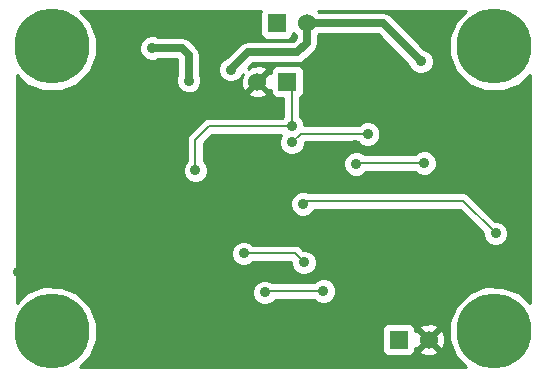
<source format=gbl>
G04 (created by PCBNEW-RS274X (2012-01-19 BZR 3256)-stable) date 11/7/2012 4:35:35 PM*
G01*
G70*
G90*
%MOIN*%
G04 Gerber Fmt 3.4, Leading zero omitted, Abs format*
%FSLAX34Y34*%
G04 APERTURE LIST*
%ADD10C,0.006000*%
%ADD11C,0.250000*%
%ADD12R,0.060000X0.060000*%
%ADD13C,0.060000*%
%ADD14C,0.035000*%
%ADD15C,0.008000*%
%ADD16C,0.025000*%
%ADD17C,0.010000*%
G04 APERTURE END LIST*
G54D10*
G54D11*
X73250Y-43500D03*
X73250Y-34000D03*
X58500Y-43500D03*
X58500Y-34000D03*
G54D12*
X66000Y-33225D03*
G54D13*
X67000Y-33225D03*
G54D12*
X66350Y-35170D03*
G54D13*
X65350Y-35170D03*
G54D12*
X70060Y-43770D03*
G54D13*
X71060Y-43770D03*
G54D14*
X66866Y-39249D03*
X73290Y-40230D03*
X67550Y-42150D03*
X65600Y-42200D03*
X66900Y-41200D03*
X64900Y-40900D03*
X69030Y-36915D03*
X66500Y-37200D03*
X66495Y-36660D03*
X63285Y-38130D03*
X64470Y-34769D03*
X68640Y-37910D03*
X70910Y-37890D03*
X70800Y-34500D03*
X60200Y-43300D03*
X73224Y-40821D03*
X63650Y-33300D03*
X62300Y-38900D03*
X69750Y-42600D03*
X65010Y-37650D03*
X62650Y-36450D03*
X63450Y-40900D03*
X68600Y-37300D03*
X72970Y-36670D03*
X59470Y-35610D03*
X62125Y-35672D03*
X68575Y-34325D03*
X65373Y-36001D03*
X57380Y-41510D03*
X62800Y-37600D03*
X68300Y-40200D03*
X58000Y-36000D03*
X58130Y-38760D03*
X57510Y-39290D03*
X67300Y-43350D03*
X63056Y-35140D03*
X61844Y-34052D03*
G54D15*
X66965Y-39150D02*
X67194Y-39150D01*
X66866Y-39249D02*
X66965Y-39150D01*
X67194Y-39150D02*
X72210Y-39150D01*
X72210Y-39150D02*
X73290Y-40230D01*
X65650Y-42150D02*
X67550Y-42150D01*
X65600Y-42200D02*
X65650Y-42150D01*
X66600Y-40900D02*
X64900Y-40900D01*
X66900Y-41200D02*
X66600Y-40900D01*
X69030Y-36915D02*
X69016Y-36901D01*
X69016Y-36901D02*
X66799Y-36901D01*
X66799Y-36901D02*
X66500Y-37200D01*
X66495Y-36660D02*
X66495Y-35315D01*
X63734Y-36660D02*
X63285Y-37109D01*
X66495Y-36660D02*
X63734Y-36660D01*
X66495Y-35315D02*
X66350Y-35170D01*
X63285Y-37109D02*
X63285Y-38130D01*
X68640Y-37910D02*
X68660Y-37890D01*
X68660Y-37890D02*
X70910Y-37890D01*
G54D16*
X66682Y-34191D02*
X67000Y-33873D01*
X67000Y-33225D02*
X69525Y-33225D01*
X64470Y-34769D02*
X64470Y-34764D01*
X67000Y-33873D02*
X67000Y-33225D01*
X65043Y-34191D02*
X66682Y-34191D01*
X64470Y-34764D02*
X65043Y-34191D01*
X69525Y-33225D02*
X70800Y-34500D01*
G54D15*
X73224Y-40821D02*
X73225Y-40821D01*
G54D16*
X61844Y-34052D02*
X62829Y-34052D01*
X63056Y-34279D02*
X63056Y-35140D01*
X62829Y-34052D02*
X63056Y-34279D01*
G54D10*
G36*
X74425Y-42554D02*
X74101Y-42229D01*
X73715Y-42069D01*
X73715Y-40315D01*
X73715Y-40146D01*
X73651Y-39990D01*
X73531Y-39870D01*
X73375Y-39805D01*
X73275Y-39805D01*
X72415Y-38945D01*
X72321Y-38882D01*
X72210Y-38860D01*
X71335Y-38860D01*
X71335Y-37975D01*
X71335Y-37806D01*
X71271Y-37650D01*
X71151Y-37530D01*
X70995Y-37465D01*
X70826Y-37465D01*
X70670Y-37529D01*
X70599Y-37600D01*
X69455Y-37600D01*
X69455Y-37000D01*
X69455Y-36831D01*
X69391Y-36675D01*
X69271Y-36555D01*
X69115Y-36490D01*
X68946Y-36490D01*
X68790Y-36554D01*
X68733Y-36611D01*
X66920Y-36611D01*
X66920Y-36576D01*
X66856Y-36420D01*
X66785Y-36349D01*
X66785Y-35683D01*
X66791Y-35681D01*
X66861Y-35611D01*
X66899Y-35520D01*
X66899Y-35421D01*
X66899Y-34821D01*
X66861Y-34729D01*
X66791Y-34659D01*
X66700Y-34621D01*
X66601Y-34621D01*
X66001Y-34621D01*
X65909Y-34659D01*
X65839Y-34729D01*
X65801Y-34820D01*
X65801Y-34882D01*
X65728Y-34862D01*
X65658Y-34932D01*
X65421Y-35170D01*
X65728Y-35478D01*
X65801Y-35457D01*
X65801Y-35519D01*
X65839Y-35611D01*
X65909Y-35681D01*
X66000Y-35719D01*
X66099Y-35719D01*
X66205Y-35719D01*
X66205Y-36349D01*
X66184Y-36370D01*
X65658Y-36370D01*
X65658Y-35548D01*
X65350Y-35241D01*
X65042Y-35548D01*
X65069Y-35642D01*
X65271Y-35713D01*
X65484Y-35702D01*
X65631Y-35642D01*
X65658Y-35548D01*
X65658Y-36370D01*
X63734Y-36370D01*
X63623Y-36392D01*
X63529Y-36455D01*
X63528Y-36455D01*
X63528Y-36456D01*
X63481Y-36503D01*
X63481Y-35225D01*
X63481Y-35056D01*
X63431Y-34934D01*
X63431Y-34279D01*
X63402Y-34136D01*
X63402Y-34135D01*
X63321Y-34014D01*
X63094Y-33787D01*
X62973Y-33706D01*
X62829Y-33677D01*
X62049Y-33677D01*
X61929Y-33627D01*
X61760Y-33627D01*
X61604Y-33691D01*
X61484Y-33811D01*
X61419Y-33967D01*
X61419Y-34136D01*
X61483Y-34292D01*
X61603Y-34412D01*
X61759Y-34477D01*
X61928Y-34477D01*
X62049Y-34427D01*
X62674Y-34427D01*
X62681Y-34434D01*
X62681Y-34935D01*
X62631Y-35055D01*
X62631Y-35224D01*
X62695Y-35380D01*
X62815Y-35500D01*
X62971Y-35565D01*
X63140Y-35565D01*
X63296Y-35501D01*
X63416Y-35381D01*
X63481Y-35225D01*
X63481Y-36503D01*
X63080Y-36904D01*
X63017Y-36998D01*
X62995Y-37109D01*
X62995Y-37819D01*
X62925Y-37889D01*
X62860Y-38045D01*
X62860Y-38214D01*
X62924Y-38370D01*
X63044Y-38490D01*
X63200Y-38555D01*
X63369Y-38555D01*
X63525Y-38491D01*
X63645Y-38371D01*
X63710Y-38215D01*
X63710Y-38046D01*
X63646Y-37890D01*
X63575Y-37819D01*
X63575Y-37229D01*
X63854Y-36950D01*
X66149Y-36950D01*
X66140Y-36959D01*
X66075Y-37115D01*
X66075Y-37284D01*
X66139Y-37440D01*
X66259Y-37560D01*
X66415Y-37625D01*
X66584Y-37625D01*
X66740Y-37561D01*
X66860Y-37441D01*
X66925Y-37285D01*
X66925Y-37191D01*
X68705Y-37191D01*
X68789Y-37275D01*
X68945Y-37340D01*
X69114Y-37340D01*
X69270Y-37276D01*
X69390Y-37156D01*
X69455Y-37000D01*
X69455Y-37600D01*
X68931Y-37600D01*
X68881Y-37550D01*
X68725Y-37485D01*
X68556Y-37485D01*
X68400Y-37549D01*
X68280Y-37669D01*
X68215Y-37825D01*
X68215Y-37994D01*
X68279Y-38150D01*
X68399Y-38270D01*
X68555Y-38335D01*
X68724Y-38335D01*
X68880Y-38271D01*
X68971Y-38180D01*
X70599Y-38180D01*
X70669Y-38250D01*
X70825Y-38315D01*
X70994Y-38315D01*
X71150Y-38251D01*
X71270Y-38131D01*
X71335Y-37975D01*
X71335Y-38860D01*
X67194Y-38860D01*
X67037Y-38860D01*
X66951Y-38824D01*
X66782Y-38824D01*
X66626Y-38888D01*
X66506Y-39008D01*
X66441Y-39164D01*
X66441Y-39333D01*
X66505Y-39489D01*
X66625Y-39609D01*
X66781Y-39674D01*
X66950Y-39674D01*
X67106Y-39610D01*
X67226Y-39490D01*
X67246Y-39440D01*
X72090Y-39440D01*
X72865Y-40215D01*
X72865Y-40314D01*
X72929Y-40470D01*
X73049Y-40590D01*
X73205Y-40655D01*
X73374Y-40655D01*
X73530Y-40591D01*
X73650Y-40471D01*
X73715Y-40315D01*
X73715Y-42069D01*
X73550Y-42001D01*
X72953Y-42000D01*
X72402Y-42228D01*
X71979Y-42649D01*
X71751Y-43200D01*
X71750Y-43797D01*
X71978Y-44348D01*
X72303Y-44675D01*
X71603Y-44675D01*
X71603Y-43849D01*
X71592Y-43636D01*
X71532Y-43489D01*
X71438Y-43462D01*
X71368Y-43532D01*
X71368Y-43392D01*
X71341Y-43298D01*
X71139Y-43227D01*
X70926Y-43238D01*
X70779Y-43298D01*
X70752Y-43392D01*
X71060Y-43699D01*
X71368Y-43392D01*
X71368Y-43532D01*
X71131Y-43770D01*
X71438Y-44078D01*
X71532Y-44051D01*
X71603Y-43849D01*
X71603Y-44675D01*
X71368Y-44675D01*
X71368Y-44148D01*
X71060Y-43841D01*
X70989Y-43911D01*
X70989Y-43770D01*
X70682Y-43462D01*
X70609Y-43482D01*
X70609Y-43421D01*
X70571Y-43329D01*
X70501Y-43259D01*
X70410Y-43221D01*
X70311Y-43221D01*
X69711Y-43221D01*
X69619Y-43259D01*
X69549Y-43329D01*
X69511Y-43420D01*
X69511Y-43519D01*
X69511Y-44119D01*
X69549Y-44211D01*
X69619Y-44281D01*
X69710Y-44319D01*
X69809Y-44319D01*
X70409Y-44319D01*
X70501Y-44281D01*
X70571Y-44211D01*
X70609Y-44120D01*
X70609Y-44057D01*
X70682Y-44078D01*
X70989Y-43770D01*
X70989Y-43911D01*
X70752Y-44148D01*
X70779Y-44242D01*
X70981Y-44313D01*
X71194Y-44302D01*
X71341Y-44242D01*
X71368Y-44148D01*
X71368Y-44675D01*
X67975Y-44675D01*
X67975Y-42235D01*
X67975Y-42066D01*
X67911Y-41910D01*
X67791Y-41790D01*
X67635Y-41725D01*
X67466Y-41725D01*
X67325Y-41782D01*
X67325Y-41285D01*
X67325Y-41116D01*
X67261Y-40960D01*
X67141Y-40840D01*
X66985Y-40775D01*
X66885Y-40775D01*
X66805Y-40695D01*
X66711Y-40632D01*
X66600Y-40610D01*
X65211Y-40610D01*
X65141Y-40540D01*
X64985Y-40475D01*
X64816Y-40475D01*
X64660Y-40539D01*
X64540Y-40659D01*
X64475Y-40815D01*
X64475Y-40984D01*
X64539Y-41140D01*
X64659Y-41260D01*
X64815Y-41325D01*
X64984Y-41325D01*
X65140Y-41261D01*
X65211Y-41190D01*
X66475Y-41190D01*
X66475Y-41284D01*
X66539Y-41440D01*
X66659Y-41560D01*
X66815Y-41625D01*
X66984Y-41625D01*
X67140Y-41561D01*
X67260Y-41441D01*
X67325Y-41285D01*
X67325Y-41782D01*
X67310Y-41789D01*
X67239Y-41860D01*
X65861Y-41860D01*
X65841Y-41840D01*
X65685Y-41775D01*
X65516Y-41775D01*
X65360Y-41839D01*
X65240Y-41959D01*
X65175Y-42115D01*
X65175Y-42284D01*
X65239Y-42440D01*
X65359Y-42560D01*
X65515Y-42625D01*
X65684Y-42625D01*
X65840Y-42561D01*
X65960Y-42441D01*
X65960Y-42440D01*
X67239Y-42440D01*
X67309Y-42510D01*
X67465Y-42575D01*
X67634Y-42575D01*
X67790Y-42511D01*
X67910Y-42391D01*
X67975Y-42235D01*
X67975Y-44675D01*
X59445Y-44675D01*
X59771Y-44351D01*
X59999Y-43800D01*
X60000Y-43203D01*
X59772Y-42652D01*
X59351Y-42229D01*
X58800Y-42001D01*
X58203Y-42000D01*
X57652Y-42228D01*
X57325Y-42553D01*
X57325Y-34945D01*
X57649Y-35271D01*
X58200Y-35499D01*
X58797Y-35500D01*
X59348Y-35272D01*
X59771Y-34851D01*
X59999Y-34300D01*
X60000Y-33703D01*
X59772Y-33152D01*
X59446Y-32825D01*
X65471Y-32825D01*
X65451Y-32875D01*
X65451Y-32974D01*
X65451Y-33574D01*
X65489Y-33666D01*
X65559Y-33736D01*
X65650Y-33774D01*
X65749Y-33774D01*
X66349Y-33774D01*
X66441Y-33736D01*
X66511Y-33666D01*
X66549Y-33575D01*
X66549Y-33550D01*
X66625Y-33626D01*
X66625Y-33717D01*
X66526Y-33816D01*
X65043Y-33816D01*
X64899Y-33845D01*
X64778Y-33926D01*
X64341Y-34362D01*
X64230Y-34408D01*
X64110Y-34528D01*
X64045Y-34684D01*
X64045Y-34853D01*
X64109Y-35009D01*
X64229Y-35129D01*
X64385Y-35194D01*
X64554Y-35194D01*
X64710Y-35130D01*
X64830Y-35010D01*
X64864Y-34926D01*
X64807Y-35091D01*
X64818Y-35304D01*
X64878Y-35451D01*
X64972Y-35478D01*
X65244Y-35205D01*
X65279Y-35170D01*
X65350Y-35099D01*
X65385Y-35064D01*
X65658Y-34792D01*
X65631Y-34698D01*
X65429Y-34627D01*
X65216Y-34638D01*
X65069Y-34698D01*
X65057Y-34736D01*
X65042Y-34721D01*
X65198Y-34566D01*
X66682Y-34566D01*
X66825Y-34537D01*
X66826Y-34537D01*
X66947Y-34456D01*
X67265Y-34139D01*
X67265Y-34138D01*
X67305Y-34077D01*
X67346Y-34017D01*
X67346Y-34016D01*
X67374Y-33874D01*
X67375Y-33873D01*
X67375Y-33626D01*
X67401Y-33600D01*
X69370Y-33600D01*
X70389Y-34619D01*
X70439Y-34740D01*
X70559Y-34860D01*
X70715Y-34925D01*
X70884Y-34925D01*
X71040Y-34861D01*
X71160Y-34741D01*
X71225Y-34585D01*
X71225Y-34416D01*
X71161Y-34260D01*
X71041Y-34140D01*
X70919Y-34089D01*
X69790Y-32960D01*
X69669Y-32879D01*
X69525Y-32850D01*
X67401Y-32850D01*
X67376Y-32825D01*
X72304Y-32825D01*
X71979Y-33149D01*
X71751Y-33700D01*
X71750Y-34297D01*
X71978Y-34848D01*
X72399Y-35271D01*
X72950Y-35499D01*
X73547Y-35500D01*
X74098Y-35272D01*
X74425Y-34946D01*
X74425Y-42554D01*
X74425Y-42554D01*
G37*
G54D17*
X74425Y-42554D02*
X74101Y-42229D01*
X73715Y-42069D01*
X73715Y-40315D01*
X73715Y-40146D01*
X73651Y-39990D01*
X73531Y-39870D01*
X73375Y-39805D01*
X73275Y-39805D01*
X72415Y-38945D01*
X72321Y-38882D01*
X72210Y-38860D01*
X71335Y-38860D01*
X71335Y-37975D01*
X71335Y-37806D01*
X71271Y-37650D01*
X71151Y-37530D01*
X70995Y-37465D01*
X70826Y-37465D01*
X70670Y-37529D01*
X70599Y-37600D01*
X69455Y-37600D01*
X69455Y-37000D01*
X69455Y-36831D01*
X69391Y-36675D01*
X69271Y-36555D01*
X69115Y-36490D01*
X68946Y-36490D01*
X68790Y-36554D01*
X68733Y-36611D01*
X66920Y-36611D01*
X66920Y-36576D01*
X66856Y-36420D01*
X66785Y-36349D01*
X66785Y-35683D01*
X66791Y-35681D01*
X66861Y-35611D01*
X66899Y-35520D01*
X66899Y-35421D01*
X66899Y-34821D01*
X66861Y-34729D01*
X66791Y-34659D01*
X66700Y-34621D01*
X66601Y-34621D01*
X66001Y-34621D01*
X65909Y-34659D01*
X65839Y-34729D01*
X65801Y-34820D01*
X65801Y-34882D01*
X65728Y-34862D01*
X65658Y-34932D01*
X65421Y-35170D01*
X65728Y-35478D01*
X65801Y-35457D01*
X65801Y-35519D01*
X65839Y-35611D01*
X65909Y-35681D01*
X66000Y-35719D01*
X66099Y-35719D01*
X66205Y-35719D01*
X66205Y-36349D01*
X66184Y-36370D01*
X65658Y-36370D01*
X65658Y-35548D01*
X65350Y-35241D01*
X65042Y-35548D01*
X65069Y-35642D01*
X65271Y-35713D01*
X65484Y-35702D01*
X65631Y-35642D01*
X65658Y-35548D01*
X65658Y-36370D01*
X63734Y-36370D01*
X63623Y-36392D01*
X63529Y-36455D01*
X63528Y-36455D01*
X63528Y-36456D01*
X63481Y-36503D01*
X63481Y-35225D01*
X63481Y-35056D01*
X63431Y-34934D01*
X63431Y-34279D01*
X63402Y-34136D01*
X63402Y-34135D01*
X63321Y-34014D01*
X63094Y-33787D01*
X62973Y-33706D01*
X62829Y-33677D01*
X62049Y-33677D01*
X61929Y-33627D01*
X61760Y-33627D01*
X61604Y-33691D01*
X61484Y-33811D01*
X61419Y-33967D01*
X61419Y-34136D01*
X61483Y-34292D01*
X61603Y-34412D01*
X61759Y-34477D01*
X61928Y-34477D01*
X62049Y-34427D01*
X62674Y-34427D01*
X62681Y-34434D01*
X62681Y-34935D01*
X62631Y-35055D01*
X62631Y-35224D01*
X62695Y-35380D01*
X62815Y-35500D01*
X62971Y-35565D01*
X63140Y-35565D01*
X63296Y-35501D01*
X63416Y-35381D01*
X63481Y-35225D01*
X63481Y-36503D01*
X63080Y-36904D01*
X63017Y-36998D01*
X62995Y-37109D01*
X62995Y-37819D01*
X62925Y-37889D01*
X62860Y-38045D01*
X62860Y-38214D01*
X62924Y-38370D01*
X63044Y-38490D01*
X63200Y-38555D01*
X63369Y-38555D01*
X63525Y-38491D01*
X63645Y-38371D01*
X63710Y-38215D01*
X63710Y-38046D01*
X63646Y-37890D01*
X63575Y-37819D01*
X63575Y-37229D01*
X63854Y-36950D01*
X66149Y-36950D01*
X66140Y-36959D01*
X66075Y-37115D01*
X66075Y-37284D01*
X66139Y-37440D01*
X66259Y-37560D01*
X66415Y-37625D01*
X66584Y-37625D01*
X66740Y-37561D01*
X66860Y-37441D01*
X66925Y-37285D01*
X66925Y-37191D01*
X68705Y-37191D01*
X68789Y-37275D01*
X68945Y-37340D01*
X69114Y-37340D01*
X69270Y-37276D01*
X69390Y-37156D01*
X69455Y-37000D01*
X69455Y-37600D01*
X68931Y-37600D01*
X68881Y-37550D01*
X68725Y-37485D01*
X68556Y-37485D01*
X68400Y-37549D01*
X68280Y-37669D01*
X68215Y-37825D01*
X68215Y-37994D01*
X68279Y-38150D01*
X68399Y-38270D01*
X68555Y-38335D01*
X68724Y-38335D01*
X68880Y-38271D01*
X68971Y-38180D01*
X70599Y-38180D01*
X70669Y-38250D01*
X70825Y-38315D01*
X70994Y-38315D01*
X71150Y-38251D01*
X71270Y-38131D01*
X71335Y-37975D01*
X71335Y-38860D01*
X67194Y-38860D01*
X67037Y-38860D01*
X66951Y-38824D01*
X66782Y-38824D01*
X66626Y-38888D01*
X66506Y-39008D01*
X66441Y-39164D01*
X66441Y-39333D01*
X66505Y-39489D01*
X66625Y-39609D01*
X66781Y-39674D01*
X66950Y-39674D01*
X67106Y-39610D01*
X67226Y-39490D01*
X67246Y-39440D01*
X72090Y-39440D01*
X72865Y-40215D01*
X72865Y-40314D01*
X72929Y-40470D01*
X73049Y-40590D01*
X73205Y-40655D01*
X73374Y-40655D01*
X73530Y-40591D01*
X73650Y-40471D01*
X73715Y-40315D01*
X73715Y-42069D01*
X73550Y-42001D01*
X72953Y-42000D01*
X72402Y-42228D01*
X71979Y-42649D01*
X71751Y-43200D01*
X71750Y-43797D01*
X71978Y-44348D01*
X72303Y-44675D01*
X71603Y-44675D01*
X71603Y-43849D01*
X71592Y-43636D01*
X71532Y-43489D01*
X71438Y-43462D01*
X71368Y-43532D01*
X71368Y-43392D01*
X71341Y-43298D01*
X71139Y-43227D01*
X70926Y-43238D01*
X70779Y-43298D01*
X70752Y-43392D01*
X71060Y-43699D01*
X71368Y-43392D01*
X71368Y-43532D01*
X71131Y-43770D01*
X71438Y-44078D01*
X71532Y-44051D01*
X71603Y-43849D01*
X71603Y-44675D01*
X71368Y-44675D01*
X71368Y-44148D01*
X71060Y-43841D01*
X70989Y-43911D01*
X70989Y-43770D01*
X70682Y-43462D01*
X70609Y-43482D01*
X70609Y-43421D01*
X70571Y-43329D01*
X70501Y-43259D01*
X70410Y-43221D01*
X70311Y-43221D01*
X69711Y-43221D01*
X69619Y-43259D01*
X69549Y-43329D01*
X69511Y-43420D01*
X69511Y-43519D01*
X69511Y-44119D01*
X69549Y-44211D01*
X69619Y-44281D01*
X69710Y-44319D01*
X69809Y-44319D01*
X70409Y-44319D01*
X70501Y-44281D01*
X70571Y-44211D01*
X70609Y-44120D01*
X70609Y-44057D01*
X70682Y-44078D01*
X70989Y-43770D01*
X70989Y-43911D01*
X70752Y-44148D01*
X70779Y-44242D01*
X70981Y-44313D01*
X71194Y-44302D01*
X71341Y-44242D01*
X71368Y-44148D01*
X71368Y-44675D01*
X67975Y-44675D01*
X67975Y-42235D01*
X67975Y-42066D01*
X67911Y-41910D01*
X67791Y-41790D01*
X67635Y-41725D01*
X67466Y-41725D01*
X67325Y-41782D01*
X67325Y-41285D01*
X67325Y-41116D01*
X67261Y-40960D01*
X67141Y-40840D01*
X66985Y-40775D01*
X66885Y-40775D01*
X66805Y-40695D01*
X66711Y-40632D01*
X66600Y-40610D01*
X65211Y-40610D01*
X65141Y-40540D01*
X64985Y-40475D01*
X64816Y-40475D01*
X64660Y-40539D01*
X64540Y-40659D01*
X64475Y-40815D01*
X64475Y-40984D01*
X64539Y-41140D01*
X64659Y-41260D01*
X64815Y-41325D01*
X64984Y-41325D01*
X65140Y-41261D01*
X65211Y-41190D01*
X66475Y-41190D01*
X66475Y-41284D01*
X66539Y-41440D01*
X66659Y-41560D01*
X66815Y-41625D01*
X66984Y-41625D01*
X67140Y-41561D01*
X67260Y-41441D01*
X67325Y-41285D01*
X67325Y-41782D01*
X67310Y-41789D01*
X67239Y-41860D01*
X65861Y-41860D01*
X65841Y-41840D01*
X65685Y-41775D01*
X65516Y-41775D01*
X65360Y-41839D01*
X65240Y-41959D01*
X65175Y-42115D01*
X65175Y-42284D01*
X65239Y-42440D01*
X65359Y-42560D01*
X65515Y-42625D01*
X65684Y-42625D01*
X65840Y-42561D01*
X65960Y-42441D01*
X65960Y-42440D01*
X67239Y-42440D01*
X67309Y-42510D01*
X67465Y-42575D01*
X67634Y-42575D01*
X67790Y-42511D01*
X67910Y-42391D01*
X67975Y-42235D01*
X67975Y-44675D01*
X59445Y-44675D01*
X59771Y-44351D01*
X59999Y-43800D01*
X60000Y-43203D01*
X59772Y-42652D01*
X59351Y-42229D01*
X58800Y-42001D01*
X58203Y-42000D01*
X57652Y-42228D01*
X57325Y-42553D01*
X57325Y-34945D01*
X57649Y-35271D01*
X58200Y-35499D01*
X58797Y-35500D01*
X59348Y-35272D01*
X59771Y-34851D01*
X59999Y-34300D01*
X60000Y-33703D01*
X59772Y-33152D01*
X59446Y-32825D01*
X65471Y-32825D01*
X65451Y-32875D01*
X65451Y-32974D01*
X65451Y-33574D01*
X65489Y-33666D01*
X65559Y-33736D01*
X65650Y-33774D01*
X65749Y-33774D01*
X66349Y-33774D01*
X66441Y-33736D01*
X66511Y-33666D01*
X66549Y-33575D01*
X66549Y-33550D01*
X66625Y-33626D01*
X66625Y-33717D01*
X66526Y-33816D01*
X65043Y-33816D01*
X64899Y-33845D01*
X64778Y-33926D01*
X64341Y-34362D01*
X64230Y-34408D01*
X64110Y-34528D01*
X64045Y-34684D01*
X64045Y-34853D01*
X64109Y-35009D01*
X64229Y-35129D01*
X64385Y-35194D01*
X64554Y-35194D01*
X64710Y-35130D01*
X64830Y-35010D01*
X64864Y-34926D01*
X64807Y-35091D01*
X64818Y-35304D01*
X64878Y-35451D01*
X64972Y-35478D01*
X65244Y-35205D01*
X65279Y-35170D01*
X65350Y-35099D01*
X65385Y-35064D01*
X65658Y-34792D01*
X65631Y-34698D01*
X65429Y-34627D01*
X65216Y-34638D01*
X65069Y-34698D01*
X65057Y-34736D01*
X65042Y-34721D01*
X65198Y-34566D01*
X66682Y-34566D01*
X66825Y-34537D01*
X66826Y-34537D01*
X66947Y-34456D01*
X67265Y-34139D01*
X67265Y-34138D01*
X67305Y-34077D01*
X67346Y-34017D01*
X67346Y-34016D01*
X67374Y-33874D01*
X67375Y-33873D01*
X67375Y-33626D01*
X67401Y-33600D01*
X69370Y-33600D01*
X70389Y-34619D01*
X70439Y-34740D01*
X70559Y-34860D01*
X70715Y-34925D01*
X70884Y-34925D01*
X71040Y-34861D01*
X71160Y-34741D01*
X71225Y-34585D01*
X71225Y-34416D01*
X71161Y-34260D01*
X71041Y-34140D01*
X70919Y-34089D01*
X69790Y-32960D01*
X69669Y-32879D01*
X69525Y-32850D01*
X67401Y-32850D01*
X67376Y-32825D01*
X72304Y-32825D01*
X71979Y-33149D01*
X71751Y-33700D01*
X71750Y-34297D01*
X71978Y-34848D01*
X72399Y-35271D01*
X72950Y-35499D01*
X73547Y-35500D01*
X74098Y-35272D01*
X74425Y-34946D01*
X74425Y-42554D01*
M02*

</source>
